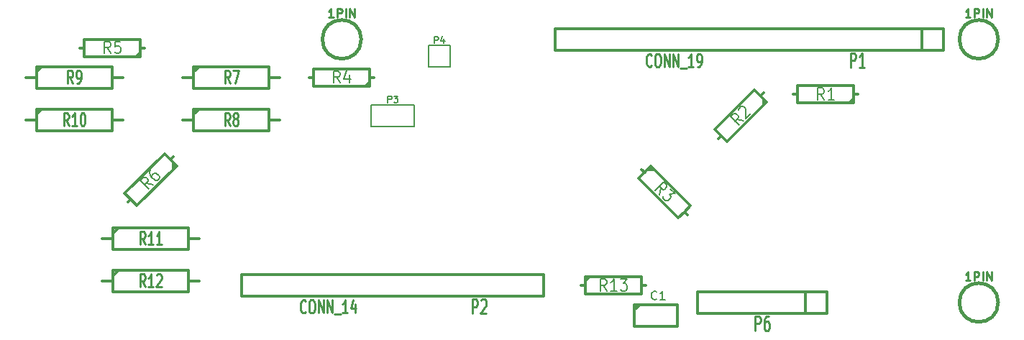
<source format=gto>
G04 #@! TF.FileFunction,Legend,Top*
%FSLAX46Y46*%
G04 Gerber Fmt 4.6, Leading zero omitted, Abs format (unit mm)*
G04 Created by KiCad (PCBNEW 4.0.2-stable) date 05/06/2017 19:11:29*
%MOMM*%
G01*
G04 APERTURE LIST*
%ADD10C,0.150000*%
%ADD11C,0.304800*%
%ADD12C,0.381000*%
%ADD13C,0.152400*%
%ADD14C,0.271780*%
%ADD15C,0.254000*%
%ADD16C,0.203200*%
G04 APERTURE END LIST*
D10*
D11*
X125860000Y-18270000D02*
X80140000Y-18270000D01*
X80140000Y-18270000D02*
X80140000Y-15730000D01*
X80140000Y-15730000D02*
X125860000Y-15730000D01*
X125860000Y-15730000D02*
X125860000Y-18270000D01*
X123320000Y-18270000D02*
X123320000Y-15730000D01*
X37555000Y-20230000D02*
X37555000Y-22770000D01*
X37555000Y-22770000D02*
X46445000Y-22770000D01*
X46445000Y-22770000D02*
X46445000Y-20230000D01*
X46445000Y-20230000D02*
X37555000Y-20230000D01*
X37555000Y-20865000D02*
X38190000Y-20230000D01*
X37555000Y-21500000D02*
X36285000Y-21500000D01*
X46445000Y-21500000D02*
X47715000Y-21500000D01*
X37555000Y-25230000D02*
X37555000Y-27770000D01*
X37555000Y-27770000D02*
X46445000Y-27770000D01*
X46445000Y-27770000D02*
X46445000Y-25230000D01*
X46445000Y-25230000D02*
X37555000Y-25230000D01*
X37555000Y-25865000D02*
X38190000Y-25230000D01*
X37555000Y-26500000D02*
X36285000Y-26500000D01*
X46445000Y-26500000D02*
X47715000Y-26500000D01*
X19055000Y-20230000D02*
X19055000Y-22770000D01*
X19055000Y-22770000D02*
X27945000Y-22770000D01*
X27945000Y-22770000D02*
X27945000Y-20230000D01*
X27945000Y-20230000D02*
X19055000Y-20230000D01*
X19055000Y-20865000D02*
X19690000Y-20230000D01*
X19055000Y-21500000D02*
X17785000Y-21500000D01*
X27945000Y-21500000D02*
X29215000Y-21500000D01*
X19055000Y-25230000D02*
X19055000Y-27770000D01*
X19055000Y-27770000D02*
X27945000Y-27770000D01*
X27945000Y-27770000D02*
X27945000Y-25230000D01*
X27945000Y-25230000D02*
X19055000Y-25230000D01*
X19055000Y-25865000D02*
X19690000Y-25230000D01*
X19055000Y-26500000D02*
X17785000Y-26500000D01*
X27945000Y-26500000D02*
X29215000Y-26500000D01*
X28055000Y-44230000D02*
X28055000Y-46770000D01*
X28055000Y-46770000D02*
X36945000Y-46770000D01*
X36945000Y-46770000D02*
X36945000Y-44230000D01*
X36945000Y-44230000D02*
X28055000Y-44230000D01*
X28055000Y-44865000D02*
X28690000Y-44230000D01*
X28055000Y-45500000D02*
X26785000Y-45500000D01*
X36945000Y-45500000D02*
X38215000Y-45500000D01*
X28055000Y-39230000D02*
X28055000Y-41770000D01*
X28055000Y-41770000D02*
X36945000Y-41770000D01*
X36945000Y-41770000D02*
X36945000Y-39230000D01*
X36945000Y-39230000D02*
X28055000Y-39230000D01*
X28055000Y-39865000D02*
X28690000Y-39230000D01*
X28055000Y-40500000D02*
X26785000Y-40500000D01*
X36945000Y-40500000D02*
X38215000Y-40500000D01*
X90305923Y-32305923D02*
X90665133Y-32665133D01*
X95694077Y-37694077D02*
X95334867Y-37334867D01*
X95334867Y-37334867D02*
X96053287Y-36616446D01*
X96053287Y-36616446D02*
X91383554Y-31946713D01*
X91383554Y-31946713D02*
X89946713Y-33383554D01*
X89946713Y-33383554D02*
X94616446Y-38053287D01*
X94616446Y-38053287D02*
X95334867Y-37334867D01*
X91024344Y-32305923D02*
X91742764Y-32305923D01*
X104694077Y-23305923D02*
X104334867Y-23665133D01*
X99305923Y-28694077D02*
X99665133Y-28334867D01*
X99665133Y-28334867D02*
X100383554Y-29053287D01*
X100383554Y-29053287D02*
X105053287Y-24383554D01*
X105053287Y-24383554D02*
X103616446Y-22946713D01*
X103616446Y-22946713D02*
X98946713Y-27616446D01*
X98946713Y-27616446D02*
X99665133Y-28334867D01*
X104694077Y-24024344D02*
X104694077Y-24742764D01*
X115810000Y-23500000D02*
X115302000Y-23500000D01*
X108190000Y-23500000D02*
X108698000Y-23500000D01*
X108698000Y-23500000D02*
X108698000Y-24516000D01*
X108698000Y-24516000D02*
X115302000Y-24516000D01*
X115302000Y-24516000D02*
X115302000Y-22484000D01*
X115302000Y-22484000D02*
X108698000Y-22484000D01*
X108698000Y-22484000D02*
X108698000Y-23500000D01*
X115302000Y-24008000D02*
X114794000Y-24516000D01*
X58810000Y-21500000D02*
X58302000Y-21500000D01*
X51190000Y-21500000D02*
X51698000Y-21500000D01*
X51698000Y-21500000D02*
X51698000Y-22516000D01*
X51698000Y-22516000D02*
X58302000Y-22516000D01*
X58302000Y-22516000D02*
X58302000Y-20484000D01*
X58302000Y-20484000D02*
X51698000Y-20484000D01*
X51698000Y-20484000D02*
X51698000Y-21500000D01*
X58302000Y-22008000D02*
X57794000Y-22516000D01*
X31810000Y-18000000D02*
X31302000Y-18000000D01*
X24190000Y-18000000D02*
X24698000Y-18000000D01*
X24698000Y-18000000D02*
X24698000Y-19016000D01*
X24698000Y-19016000D02*
X31302000Y-19016000D01*
X31302000Y-19016000D02*
X31302000Y-16984000D01*
X31302000Y-16984000D02*
X24698000Y-16984000D01*
X24698000Y-16984000D02*
X24698000Y-18000000D01*
X31302000Y-18508000D02*
X30794000Y-19016000D01*
X35194077Y-30805923D02*
X34834867Y-31165133D01*
X29805923Y-36194077D02*
X30165133Y-35834867D01*
X30165133Y-35834867D02*
X30883554Y-36553287D01*
X30883554Y-36553287D02*
X35553287Y-31883554D01*
X35553287Y-31883554D02*
X34116446Y-30446713D01*
X34116446Y-30446713D02*
X29446713Y-35116446D01*
X29446713Y-35116446D02*
X30165133Y-35834867D01*
X35194077Y-31524344D02*
X35194077Y-32242764D01*
D12*
X57286000Y-17000000D02*
G75*
G03X57286000Y-17000000I-2286000J0D01*
G01*
X132286000Y-17000000D02*
G75*
G03X132286000Y-17000000I-2286000J0D01*
G01*
X132286000Y-48000000D02*
G75*
G03X132286000Y-48000000I-2286000J0D01*
G01*
D11*
X112120000Y-46730000D02*
X112120000Y-49270000D01*
X112120000Y-49270000D02*
X96880000Y-49270000D01*
X96880000Y-49270000D02*
X96880000Y-46730000D01*
X96880000Y-46730000D02*
X112120000Y-46730000D01*
X109580000Y-46730000D02*
X109580000Y-49270000D01*
D13*
X58460000Y-27270000D02*
X58460000Y-24730000D01*
X58460000Y-24730000D02*
X63540000Y-24730000D01*
X63540000Y-24730000D02*
X63540000Y-27270000D01*
X63540000Y-27270000D02*
X58460000Y-27270000D01*
X67770000Y-20270000D02*
X65230000Y-20270000D01*
X65230000Y-17730000D02*
X67770000Y-17730000D01*
X65230000Y-20270000D02*
X65230000Y-17730000D01*
X67770000Y-17730000D02*
X67770000Y-20270000D01*
D11*
X78780000Y-47270000D02*
X43220000Y-47270000D01*
X43220000Y-47270000D02*
X43220000Y-44730000D01*
X43220000Y-44730000D02*
X78780000Y-44730000D01*
X78780000Y-44730000D02*
X78780000Y-47270000D01*
X83190000Y-46000000D02*
X83698000Y-46000000D01*
X90810000Y-46000000D02*
X90302000Y-46000000D01*
X90302000Y-46000000D02*
X90302000Y-44984000D01*
X90302000Y-44984000D02*
X83698000Y-44984000D01*
X83698000Y-44984000D02*
X83698000Y-47016000D01*
X83698000Y-47016000D02*
X90302000Y-47016000D01*
X90302000Y-47016000D02*
X90302000Y-46000000D01*
X83698000Y-45492000D02*
X84206000Y-44984000D01*
X89510800Y-48230000D02*
X94540000Y-48230000D01*
X94540000Y-48230000D02*
X94540000Y-50770000D01*
X94540000Y-50770000D02*
X89460000Y-50770000D01*
X89460000Y-50770000D02*
X89460000Y-48230000D01*
X89460000Y-48865000D02*
X90095000Y-48230000D01*
D14*
X114897602Y-20322501D02*
X114897602Y-18592761D01*
X115311743Y-18592761D01*
X115415278Y-18675130D01*
X115467046Y-18757499D01*
X115518814Y-18922236D01*
X115518814Y-19169341D01*
X115467046Y-19334079D01*
X115415278Y-19416447D01*
X115311743Y-19498816D01*
X114897602Y-19498816D01*
X116554166Y-20322501D02*
X115932954Y-20322501D01*
X116243560Y-20322501D02*
X116243560Y-18592761D01*
X116140025Y-18839867D01*
X116036490Y-19004604D01*
X115932954Y-19086973D01*
D11*
D15*
X91473238Y-20084286D02*
X91424857Y-20156857D01*
X91279714Y-20229429D01*
X91182952Y-20229429D01*
X91037810Y-20156857D01*
X90941048Y-20011714D01*
X90892667Y-19866571D01*
X90844286Y-19576286D01*
X90844286Y-19358571D01*
X90892667Y-19068286D01*
X90941048Y-18923143D01*
X91037810Y-18778000D01*
X91182952Y-18705429D01*
X91279714Y-18705429D01*
X91424857Y-18778000D01*
X91473238Y-18850571D01*
X92102191Y-18705429D02*
X92295714Y-18705429D01*
X92392476Y-18778000D01*
X92489238Y-18923143D01*
X92537619Y-19213429D01*
X92537619Y-19721429D01*
X92489238Y-20011714D01*
X92392476Y-20156857D01*
X92295714Y-20229429D01*
X92102191Y-20229429D01*
X92005429Y-20156857D01*
X91908667Y-20011714D01*
X91860286Y-19721429D01*
X91860286Y-19213429D01*
X91908667Y-18923143D01*
X92005429Y-18778000D01*
X92102191Y-18705429D01*
X92973048Y-20229429D02*
X92973048Y-18705429D01*
X93553619Y-20229429D01*
X93553619Y-18705429D01*
X94037429Y-20229429D02*
X94037429Y-18705429D01*
X94618000Y-20229429D01*
X94618000Y-18705429D01*
X94859905Y-20374571D02*
X95634000Y-20374571D01*
X96408095Y-20229429D02*
X95827524Y-20229429D01*
X96117810Y-20229429D02*
X96117810Y-18705429D01*
X96021048Y-18923143D01*
X95924286Y-19068286D01*
X95827524Y-19140857D01*
X96891905Y-20229429D02*
X97085429Y-20229429D01*
X97182190Y-20156857D01*
X97230571Y-20084286D01*
X97327333Y-19866571D01*
X97375714Y-19576286D01*
X97375714Y-18995714D01*
X97327333Y-18850571D01*
X97278952Y-18778000D01*
X97182190Y-18705429D01*
X96988667Y-18705429D01*
X96891905Y-18778000D01*
X96843524Y-18850571D01*
X96795143Y-18995714D01*
X96795143Y-19358571D01*
X96843524Y-19503714D01*
X96891905Y-19576286D01*
X96988667Y-19648857D01*
X97182190Y-19648857D01*
X97278952Y-19576286D01*
X97327333Y-19503714D01*
X97375714Y-19358571D01*
D11*
D15*
X41830667Y-22189429D02*
X41492001Y-21463714D01*
X41250096Y-22189429D02*
X41250096Y-20665429D01*
X41637143Y-20665429D01*
X41733905Y-20738000D01*
X41782286Y-20810571D01*
X41830667Y-20955714D01*
X41830667Y-21173429D01*
X41782286Y-21318571D01*
X41733905Y-21391143D01*
X41637143Y-21463714D01*
X41250096Y-21463714D01*
X42169334Y-20665429D02*
X42846667Y-20665429D01*
X42411239Y-22189429D01*
D11*
D15*
X41830667Y-27189429D02*
X41492001Y-26463714D01*
X41250096Y-27189429D02*
X41250096Y-25665429D01*
X41637143Y-25665429D01*
X41733905Y-25738000D01*
X41782286Y-25810571D01*
X41830667Y-25955714D01*
X41830667Y-26173429D01*
X41782286Y-26318571D01*
X41733905Y-26391143D01*
X41637143Y-26463714D01*
X41250096Y-26463714D01*
X42411239Y-26318571D02*
X42314477Y-26246000D01*
X42266096Y-26173429D01*
X42217715Y-26028286D01*
X42217715Y-25955714D01*
X42266096Y-25810571D01*
X42314477Y-25738000D01*
X42411239Y-25665429D01*
X42604762Y-25665429D01*
X42701524Y-25738000D01*
X42749905Y-25810571D01*
X42798286Y-25955714D01*
X42798286Y-26028286D01*
X42749905Y-26173429D01*
X42701524Y-26246000D01*
X42604762Y-26318571D01*
X42411239Y-26318571D01*
X42314477Y-26391143D01*
X42266096Y-26463714D01*
X42217715Y-26608857D01*
X42217715Y-26899143D01*
X42266096Y-27044286D01*
X42314477Y-27116857D01*
X42411239Y-27189429D01*
X42604762Y-27189429D01*
X42701524Y-27116857D01*
X42749905Y-27044286D01*
X42798286Y-26899143D01*
X42798286Y-26608857D01*
X42749905Y-26463714D01*
X42701524Y-26391143D01*
X42604762Y-26318571D01*
D11*
D15*
X23330667Y-22189429D02*
X22992001Y-21463714D01*
X22750096Y-22189429D02*
X22750096Y-20665429D01*
X23137143Y-20665429D01*
X23233905Y-20738000D01*
X23282286Y-20810571D01*
X23330667Y-20955714D01*
X23330667Y-21173429D01*
X23282286Y-21318571D01*
X23233905Y-21391143D01*
X23137143Y-21463714D01*
X22750096Y-21463714D01*
X23814477Y-22189429D02*
X24008001Y-22189429D01*
X24104762Y-22116857D01*
X24153143Y-22044286D01*
X24249905Y-21826571D01*
X24298286Y-21536286D01*
X24298286Y-20955714D01*
X24249905Y-20810571D01*
X24201524Y-20738000D01*
X24104762Y-20665429D01*
X23911239Y-20665429D01*
X23814477Y-20738000D01*
X23766096Y-20810571D01*
X23717715Y-20955714D01*
X23717715Y-21318571D01*
X23766096Y-21463714D01*
X23814477Y-21536286D01*
X23911239Y-21608857D01*
X24104762Y-21608857D01*
X24201524Y-21536286D01*
X24249905Y-21463714D01*
X24298286Y-21318571D01*
D11*
D15*
X22846857Y-27189429D02*
X22508191Y-26463714D01*
X22266286Y-27189429D02*
X22266286Y-25665429D01*
X22653333Y-25665429D01*
X22750095Y-25738000D01*
X22798476Y-25810571D01*
X22846857Y-25955714D01*
X22846857Y-26173429D01*
X22798476Y-26318571D01*
X22750095Y-26391143D01*
X22653333Y-26463714D01*
X22266286Y-26463714D01*
X23814476Y-27189429D02*
X23233905Y-27189429D01*
X23524191Y-27189429D02*
X23524191Y-25665429D01*
X23427429Y-25883143D01*
X23330667Y-26028286D01*
X23233905Y-26100857D01*
X24443429Y-25665429D02*
X24540190Y-25665429D01*
X24636952Y-25738000D01*
X24685333Y-25810571D01*
X24733714Y-25955714D01*
X24782095Y-26246000D01*
X24782095Y-26608857D01*
X24733714Y-26899143D01*
X24685333Y-27044286D01*
X24636952Y-27116857D01*
X24540190Y-27189429D01*
X24443429Y-27189429D01*
X24346667Y-27116857D01*
X24298286Y-27044286D01*
X24249905Y-26899143D01*
X24201524Y-26608857D01*
X24201524Y-26246000D01*
X24249905Y-25955714D01*
X24298286Y-25810571D01*
X24346667Y-25738000D01*
X24443429Y-25665429D01*
D11*
D15*
X31846857Y-46189429D02*
X31508191Y-45463714D01*
X31266286Y-46189429D02*
X31266286Y-44665429D01*
X31653333Y-44665429D01*
X31750095Y-44738000D01*
X31798476Y-44810571D01*
X31846857Y-44955714D01*
X31846857Y-45173429D01*
X31798476Y-45318571D01*
X31750095Y-45391143D01*
X31653333Y-45463714D01*
X31266286Y-45463714D01*
X32814476Y-46189429D02*
X32233905Y-46189429D01*
X32524191Y-46189429D02*
X32524191Y-44665429D01*
X32427429Y-44883143D01*
X32330667Y-45028286D01*
X32233905Y-45100857D01*
X33201524Y-44810571D02*
X33249905Y-44738000D01*
X33346667Y-44665429D01*
X33588571Y-44665429D01*
X33685333Y-44738000D01*
X33733714Y-44810571D01*
X33782095Y-44955714D01*
X33782095Y-45100857D01*
X33733714Y-45318571D01*
X33153143Y-46189429D01*
X33782095Y-46189429D01*
D11*
D15*
X31846857Y-41189429D02*
X31508191Y-40463714D01*
X31266286Y-41189429D02*
X31266286Y-39665429D01*
X31653333Y-39665429D01*
X31750095Y-39738000D01*
X31798476Y-39810571D01*
X31846857Y-39955714D01*
X31846857Y-40173429D01*
X31798476Y-40318571D01*
X31750095Y-40391143D01*
X31653333Y-40463714D01*
X31266286Y-40463714D01*
X32814476Y-41189429D02*
X32233905Y-41189429D01*
X32524191Y-41189429D02*
X32524191Y-39665429D01*
X32427429Y-39883143D01*
X32330667Y-40028286D01*
X32233905Y-40100857D01*
X33782095Y-41189429D02*
X33201524Y-41189429D01*
X33491810Y-41189429D02*
X33491810Y-39665429D01*
X33395048Y-39883143D01*
X33298286Y-40028286D01*
X33201524Y-40100857D01*
D11*
D16*
X92403454Y-35297203D02*
X92574507Y-34527467D01*
X91890297Y-34784046D02*
X92878125Y-33796218D01*
X93220230Y-34138323D01*
X93258717Y-34270889D01*
X93254440Y-34360691D01*
X93203125Y-34497533D01*
X93062006Y-34638651D01*
X92925165Y-34689967D01*
X92835362Y-34694243D01*
X92702796Y-34655756D01*
X92360691Y-34313652D01*
X93690625Y-34608718D02*
X94246545Y-35164638D01*
X93570888Y-35241612D01*
X93699177Y-35369901D01*
X93737664Y-35502467D01*
X93733388Y-35592269D01*
X93682072Y-35729111D01*
X93446875Y-35964308D01*
X93310032Y-36015625D01*
X93220231Y-36019900D01*
X93087664Y-35981413D01*
X92831086Y-35724835D01*
X92792599Y-35592269D01*
X92796875Y-35502467D01*
X102297203Y-26596546D02*
X101527467Y-26425493D01*
X101784046Y-27109703D02*
X100796218Y-26121875D01*
X101138323Y-25779770D01*
X101270889Y-25741283D01*
X101360691Y-25745560D01*
X101497533Y-25796875D01*
X101638651Y-25937994D01*
X101689967Y-26074835D01*
X101694243Y-26164638D01*
X101655756Y-26297204D01*
X101313652Y-26639309D01*
X101745560Y-25360691D02*
X101741283Y-25270889D01*
X101779769Y-25138323D01*
X101993585Y-24924508D01*
X102126151Y-24886020D01*
X102215954Y-24890297D01*
X102352795Y-24941612D01*
X102446875Y-25035692D01*
X102545230Y-25219573D01*
X102596546Y-26297203D01*
X103152466Y-25741283D01*
X111788333Y-24131976D02*
X111365000Y-23466738D01*
X111062619Y-24131976D02*
X111062619Y-22734976D01*
X111546428Y-22734976D01*
X111667381Y-22801500D01*
X111727857Y-22868024D01*
X111788333Y-23001071D01*
X111788333Y-23200643D01*
X111727857Y-23333690D01*
X111667381Y-23400214D01*
X111546428Y-23466738D01*
X111062619Y-23466738D01*
X112997857Y-24131976D02*
X112272143Y-24131976D01*
X112635000Y-24131976D02*
X112635000Y-22734976D01*
X112514048Y-22934548D01*
X112393095Y-23067595D01*
X112272143Y-23134119D01*
X54788333Y-22131976D02*
X54365000Y-21466738D01*
X54062619Y-22131976D02*
X54062619Y-20734976D01*
X54546428Y-20734976D01*
X54667381Y-20801500D01*
X54727857Y-20868024D01*
X54788333Y-21001071D01*
X54788333Y-21200643D01*
X54727857Y-21333690D01*
X54667381Y-21400214D01*
X54546428Y-21466738D01*
X54062619Y-21466738D01*
X55876905Y-21200643D02*
X55876905Y-22131976D01*
X55574524Y-20668452D02*
X55272143Y-21666310D01*
X56058333Y-21666310D01*
X27788333Y-18631976D02*
X27365000Y-17966738D01*
X27062619Y-18631976D02*
X27062619Y-17234976D01*
X27546428Y-17234976D01*
X27667381Y-17301500D01*
X27727857Y-17368024D01*
X27788333Y-17501071D01*
X27788333Y-17700643D01*
X27727857Y-17833690D01*
X27667381Y-17900214D01*
X27546428Y-17966738D01*
X27062619Y-17966738D01*
X28937381Y-17234976D02*
X28332619Y-17234976D01*
X28272143Y-17900214D01*
X28332619Y-17833690D01*
X28453571Y-17767167D01*
X28755952Y-17767167D01*
X28876905Y-17833690D01*
X28937381Y-17900214D01*
X28997857Y-18033262D01*
X28997857Y-18365881D01*
X28937381Y-18498929D01*
X28876905Y-18565452D01*
X28755952Y-18631976D01*
X28453571Y-18631976D01*
X28332619Y-18565452D01*
X28272143Y-18498929D01*
X32797203Y-34096546D02*
X32027467Y-33925493D01*
X32284046Y-34609703D02*
X31296218Y-33621875D01*
X31638323Y-33279770D01*
X31770889Y-33241283D01*
X31860691Y-33245560D01*
X31997533Y-33296875D01*
X32138651Y-33437994D01*
X32189967Y-33574835D01*
X32194243Y-33664638D01*
X32155756Y-33797204D01*
X31813652Y-34139309D01*
X32579112Y-32338981D02*
X32408059Y-32510034D01*
X32369573Y-32642599D01*
X32373849Y-32732402D01*
X32429441Y-32959046D01*
X32574835Y-33189967D01*
X32951151Y-33566283D01*
X33087993Y-33617599D01*
X33177795Y-33621875D01*
X33310361Y-33583388D01*
X33481413Y-33412336D01*
X33519900Y-33279769D01*
X33515625Y-33189968D01*
X33464308Y-33053125D01*
X33229111Y-32817928D01*
X33092269Y-32766612D01*
X33002467Y-32762336D01*
X32869901Y-32800823D01*
X32698849Y-32971875D01*
X32660361Y-33104441D01*
X32664638Y-33194243D01*
X32715954Y-33331086D01*
D15*
X54008190Y-14411619D02*
X53427619Y-14411619D01*
X53717905Y-14411619D02*
X53717905Y-13395619D01*
X53621143Y-13540762D01*
X53524381Y-13637524D01*
X53427619Y-13685905D01*
X54443619Y-14411619D02*
X54443619Y-13395619D01*
X54830666Y-13395619D01*
X54927428Y-13444000D01*
X54975809Y-13492381D01*
X55024190Y-13589143D01*
X55024190Y-13734286D01*
X54975809Y-13831048D01*
X54927428Y-13879429D01*
X54830666Y-13927810D01*
X54443619Y-13927810D01*
X55459619Y-14411619D02*
X55459619Y-13395619D01*
X55943429Y-14411619D02*
X55943429Y-13395619D01*
X56524000Y-14411619D01*
X56524000Y-13395619D01*
X129008190Y-14411619D02*
X128427619Y-14411619D01*
X128717905Y-14411619D02*
X128717905Y-13395619D01*
X128621143Y-13540762D01*
X128524381Y-13637524D01*
X128427619Y-13685905D01*
X129443619Y-14411619D02*
X129443619Y-13395619D01*
X129830666Y-13395619D01*
X129927428Y-13444000D01*
X129975809Y-13492381D01*
X130024190Y-13589143D01*
X130024190Y-13734286D01*
X129975809Y-13831048D01*
X129927428Y-13879429D01*
X129830666Y-13927810D01*
X129443619Y-13927810D01*
X130459619Y-14411619D02*
X130459619Y-13395619D01*
X130943429Y-14411619D02*
X130943429Y-13395619D01*
X131524000Y-14411619D01*
X131524000Y-13395619D01*
X129008190Y-45411619D02*
X128427619Y-45411619D01*
X128717905Y-45411619D02*
X128717905Y-44395619D01*
X128621143Y-44540762D01*
X128524381Y-44637524D01*
X128427619Y-44685905D01*
X129443619Y-45411619D02*
X129443619Y-44395619D01*
X129830666Y-44395619D01*
X129927428Y-44444000D01*
X129975809Y-44492381D01*
X130024190Y-44589143D01*
X130024190Y-44734286D01*
X129975809Y-44831048D01*
X129927428Y-44879429D01*
X129830666Y-44927810D01*
X129443619Y-44927810D01*
X130459619Y-45411619D02*
X130459619Y-44395619D01*
X130943429Y-45411619D02*
X130943429Y-44395619D01*
X131524000Y-45411619D01*
X131524000Y-44395619D01*
D14*
X103697602Y-51322501D02*
X103697602Y-49592761D01*
X104111743Y-49592761D01*
X104215278Y-49675130D01*
X104267046Y-49757499D01*
X104318814Y-49922236D01*
X104318814Y-50169341D01*
X104267046Y-50334079D01*
X104215278Y-50416447D01*
X104111743Y-50498816D01*
X103697602Y-50498816D01*
X105250631Y-49592761D02*
X105043560Y-49592761D01*
X104940025Y-49675130D01*
X104888257Y-49757499D01*
X104784722Y-50004604D01*
X104732954Y-50334079D01*
X104732954Y-50993027D01*
X104784722Y-51157764D01*
X104836490Y-51240133D01*
X104940025Y-51322501D01*
X105147095Y-51322501D01*
X105250631Y-51240133D01*
X105302398Y-51157764D01*
X105354166Y-50993027D01*
X105354166Y-50581184D01*
X105302398Y-50416447D01*
X105250631Y-50334079D01*
X105147095Y-50251710D01*
X104940025Y-50251710D01*
X104836490Y-50334079D01*
X104784722Y-50416447D01*
X104732954Y-50581184D01*
D11*
D13*
X60437572Y-24439714D02*
X60437572Y-23677714D01*
X60727857Y-23677714D01*
X60800429Y-23714000D01*
X60836714Y-23750286D01*
X60873000Y-23822857D01*
X60873000Y-23931714D01*
X60836714Y-24004286D01*
X60800429Y-24040571D01*
X60727857Y-24076857D01*
X60437572Y-24076857D01*
X61127000Y-23677714D02*
X61598714Y-23677714D01*
X61344714Y-23968000D01*
X61453572Y-23968000D01*
X61526143Y-24004286D01*
X61562429Y-24040571D01*
X61598714Y-24113143D01*
X61598714Y-24294571D01*
X61562429Y-24367143D01*
X61526143Y-24403429D01*
X61453572Y-24439714D01*
X61235857Y-24439714D01*
X61163286Y-24403429D01*
X61127000Y-24367143D01*
X65937572Y-17439714D02*
X65937572Y-16677714D01*
X66227857Y-16677714D01*
X66300429Y-16714000D01*
X66336714Y-16750286D01*
X66373000Y-16822857D01*
X66373000Y-16931714D01*
X66336714Y-17004286D01*
X66300429Y-17040571D01*
X66227857Y-17076857D01*
X65937572Y-17076857D01*
X67026143Y-16931714D02*
X67026143Y-17439714D01*
X66844714Y-16641429D02*
X66663286Y-17185714D01*
X67135000Y-17185714D01*
D14*
X70357602Y-49322501D02*
X70357602Y-47592761D01*
X70771743Y-47592761D01*
X70875278Y-47675130D01*
X70927046Y-47757499D01*
X70978814Y-47922236D01*
X70978814Y-48169341D01*
X70927046Y-48334079D01*
X70875278Y-48416447D01*
X70771743Y-48498816D01*
X70357602Y-48498816D01*
X71392954Y-47757499D02*
X71444722Y-47675130D01*
X71548257Y-47592761D01*
X71807095Y-47592761D01*
X71910631Y-47675130D01*
X71962398Y-47757499D01*
X72014166Y-47922236D01*
X72014166Y-48086973D01*
X71962398Y-48334079D01*
X71341187Y-49322501D01*
X72014166Y-49322501D01*
D11*
D15*
X50743238Y-49084286D02*
X50694857Y-49156857D01*
X50549714Y-49229429D01*
X50452952Y-49229429D01*
X50307810Y-49156857D01*
X50211048Y-49011714D01*
X50162667Y-48866571D01*
X50114286Y-48576286D01*
X50114286Y-48358571D01*
X50162667Y-48068286D01*
X50211048Y-47923143D01*
X50307810Y-47778000D01*
X50452952Y-47705429D01*
X50549714Y-47705429D01*
X50694857Y-47778000D01*
X50743238Y-47850571D01*
X51372191Y-47705429D02*
X51565714Y-47705429D01*
X51662476Y-47778000D01*
X51759238Y-47923143D01*
X51807619Y-48213429D01*
X51807619Y-48721429D01*
X51759238Y-49011714D01*
X51662476Y-49156857D01*
X51565714Y-49229429D01*
X51372191Y-49229429D01*
X51275429Y-49156857D01*
X51178667Y-49011714D01*
X51130286Y-48721429D01*
X51130286Y-48213429D01*
X51178667Y-47923143D01*
X51275429Y-47778000D01*
X51372191Y-47705429D01*
X52243048Y-49229429D02*
X52243048Y-47705429D01*
X52823619Y-49229429D01*
X52823619Y-47705429D01*
X53307429Y-49229429D02*
X53307429Y-47705429D01*
X53888000Y-49229429D01*
X53888000Y-47705429D01*
X54129905Y-49374571D02*
X54904000Y-49374571D01*
X55678095Y-49229429D02*
X55097524Y-49229429D01*
X55387810Y-49229429D02*
X55387810Y-47705429D01*
X55291048Y-47923143D01*
X55194286Y-48068286D01*
X55097524Y-48140857D01*
X56548952Y-48213429D02*
X56548952Y-49229429D01*
X56307048Y-47632857D02*
X56065143Y-48721429D01*
X56694095Y-48721429D01*
D11*
D16*
X86183571Y-46631976D02*
X85760238Y-45966738D01*
X85457857Y-46631976D02*
X85457857Y-45234976D01*
X85941666Y-45234976D01*
X86062619Y-45301500D01*
X86123095Y-45368024D01*
X86183571Y-45501071D01*
X86183571Y-45700643D01*
X86123095Y-45833690D01*
X86062619Y-45900214D01*
X85941666Y-45966738D01*
X85457857Y-45966738D01*
X87393095Y-46631976D02*
X86667381Y-46631976D01*
X87030238Y-46631976D02*
X87030238Y-45234976D01*
X86909286Y-45434548D01*
X86788333Y-45567595D01*
X86667381Y-45634119D01*
X87816429Y-45234976D02*
X88602619Y-45234976D01*
X88179286Y-45767167D01*
X88360714Y-45767167D01*
X88481667Y-45833690D01*
X88542143Y-45900214D01*
X88602619Y-46033262D01*
X88602619Y-46365881D01*
X88542143Y-46498929D01*
X88481667Y-46565452D01*
X88360714Y-46631976D01*
X87997857Y-46631976D01*
X87876905Y-46565452D01*
X87816429Y-46498929D01*
X92084667Y-47576857D02*
X92036286Y-47625238D01*
X91891143Y-47673619D01*
X91794381Y-47673619D01*
X91649239Y-47625238D01*
X91552477Y-47528476D01*
X91504096Y-47431714D01*
X91455715Y-47238190D01*
X91455715Y-47093048D01*
X91504096Y-46899524D01*
X91552477Y-46802762D01*
X91649239Y-46706000D01*
X91794381Y-46657619D01*
X91891143Y-46657619D01*
X92036286Y-46706000D01*
X92084667Y-46754381D01*
X93052286Y-47673619D02*
X92471715Y-47673619D01*
X92762001Y-47673619D02*
X92762001Y-46657619D01*
X92665239Y-46802762D01*
X92568477Y-46899524D01*
X92471715Y-46947905D01*
M02*

</source>
